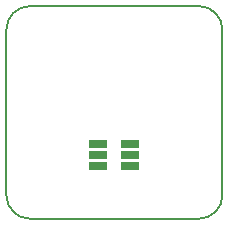
<source format=gbr>
G04 #@! TF.GenerationSoftware,KiCad,Pcbnew,5.0.1-33cea8e~68~ubuntu18.10.1*
G04 #@! TF.CreationDate,2018-12-01T22:14:16+02:00*
G04 #@! TF.ProjectId,BRK-SOT-23-6,42524B2D534F542D32332D362E6B6963,v1.0*
G04 #@! TF.SameCoordinates,Original*
G04 #@! TF.FileFunction,Paste,Top*
G04 #@! TF.FilePolarity,Positive*
%FSLAX46Y46*%
G04 Gerber Fmt 4.6, Leading zero omitted, Abs format (unit mm)*
G04 Created by KiCad (PCBNEW 5.0.1-33cea8e~68~ubuntu18.10.1) date la  1. joulukuuta 2018 22.14.16*
%MOMM*%
%LPD*%
G01*
G04 APERTURE LIST*
%ADD10C,0.150000*%
%ADD11R,1.560000X0.650000*%
G04 APERTURE END LIST*
D10*
X52000000Y-68000000D02*
G75*
G02X50000000Y-66000000I0J2000000D01*
G01*
X68300000Y-66000000D02*
G75*
G02X66300000Y-68000000I-2000000J0D01*
G01*
X66300000Y-50000000D02*
G75*
G02X68300000Y-52000000I0J-2000000D01*
G01*
X50000000Y-52000000D02*
G75*
G02X52000000Y-50000000I2000000J0D01*
G01*
X66300000Y-68000000D02*
X52000000Y-68000000D01*
X68300000Y-52000000D02*
X68300000Y-66000000D01*
X52000000Y-50000000D02*
X66300000Y-50000000D01*
X50000000Y-66000000D02*
X50000000Y-52000000D01*
D11*
G04 #@! TO.C,U1*
X60500000Y-62600000D03*
X60500000Y-61650000D03*
X60500000Y-63550000D03*
X57800000Y-63550000D03*
X57800000Y-62600000D03*
X57800000Y-61650000D03*
G04 #@! TD*
M02*

</source>
